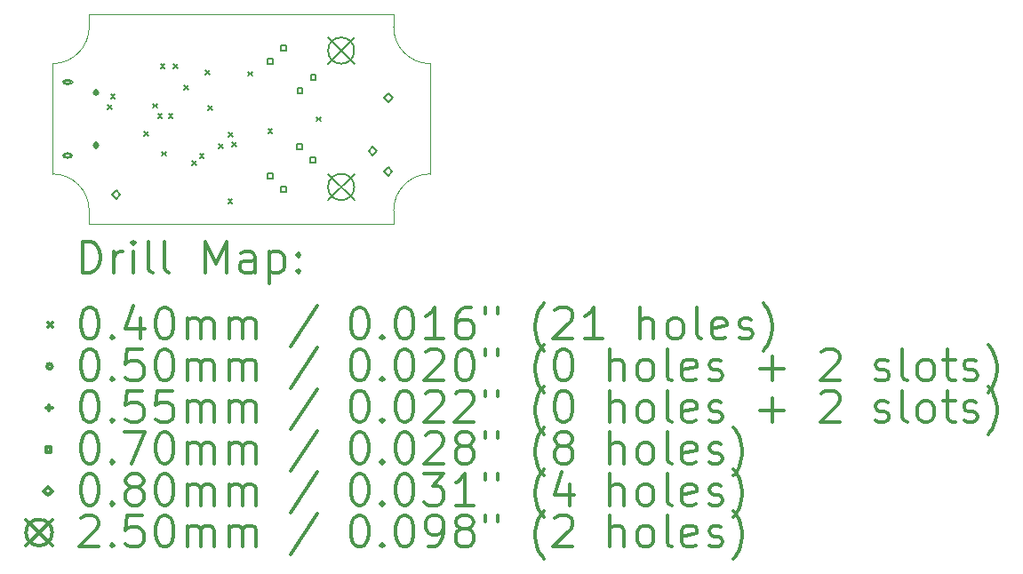
<source format=gbr>
%FSLAX45Y45*%
G04 Gerber Fmt 4.5, Leading zero omitted, Abs format (unit mm)*
G04 Created by KiCad (PCBNEW 5.1.5+dfsg1-2build2) date 2021-12-26 18:16:15*
%MOMM*%
%LPD*%
G04 APERTURE LIST*
%TA.AperFunction,Profile*%
%ADD10C,0.050000*%
%TD*%
%ADD11C,0.200000*%
%ADD12C,0.300000*%
G04 APERTURE END LIST*
D10*
X8100000Y-4375000D02*
X8100000Y-4250000D01*
X11000000Y-4375000D02*
X8100000Y-4375000D01*
X11000000Y-4250000D02*
X11000000Y-4375000D01*
X11000000Y-2375000D02*
X11000000Y-2495000D01*
X8100000Y-2375000D02*
X11000000Y-2375000D01*
X8099964Y-2495001D02*
X8100000Y-2375000D01*
X8099964Y-2495001D02*
G75*
G02X7750000Y-2850000I-349964J-5000D01*
G01*
X7750000Y-3900000D02*
G75*
G02X8100000Y-4250000I0J-350000D01*
G01*
X11000000Y-4250000D02*
G75*
G02X11350000Y-3900000I350000J0D01*
G01*
X11350000Y-2850036D02*
G75*
G02X11000000Y-2495000I0J350036D01*
G01*
X11350000Y-3900000D02*
X11350000Y-2850000D01*
X7750000Y-2850000D02*
X7750000Y-3900000D01*
D11*
X8278490Y-3244816D02*
X8318490Y-3284816D01*
X8318490Y-3244816D02*
X8278490Y-3284816D01*
X8306338Y-3140345D02*
X8346338Y-3180345D01*
X8346338Y-3140345D02*
X8306338Y-3180345D01*
X8621080Y-3500440D02*
X8661080Y-3540440D01*
X8661080Y-3500440D02*
X8621080Y-3540440D01*
X8705000Y-3230000D02*
X8745000Y-3270000D01*
X8745000Y-3230000D02*
X8705000Y-3270000D01*
X8755000Y-3330000D02*
X8795000Y-3370000D01*
X8795000Y-3330000D02*
X8755000Y-3370000D01*
X8780000Y-2855000D02*
X8820000Y-2895000D01*
X8820000Y-2855000D02*
X8780000Y-2895000D01*
X8793800Y-3688400D02*
X8833800Y-3728400D01*
X8833800Y-3688400D02*
X8793800Y-3728400D01*
X8855003Y-3330000D02*
X8895003Y-3370000D01*
X8895003Y-3330000D02*
X8855003Y-3370000D01*
X8905000Y-2855000D02*
X8945000Y-2895000D01*
X8945000Y-2855000D02*
X8905000Y-2895000D01*
X9005002Y-3055000D02*
X9045002Y-3095000D01*
X9045002Y-3055000D02*
X9005002Y-3095000D01*
X9080000Y-3780003D02*
X9120000Y-3820003D01*
X9120000Y-3780003D02*
X9080000Y-3820003D01*
X9152500Y-3707500D02*
X9192500Y-3747500D01*
X9192500Y-3707500D02*
X9152500Y-3747500D01*
X9205000Y-2912500D02*
X9245000Y-2952500D01*
X9245000Y-2912500D02*
X9205000Y-2952500D01*
X9230000Y-3255000D02*
X9270000Y-3295000D01*
X9270000Y-3255000D02*
X9230000Y-3295000D01*
X9331489Y-3617985D02*
X9371489Y-3657985D01*
X9371489Y-3617985D02*
X9331489Y-3657985D01*
X9423720Y-4138760D02*
X9463720Y-4178760D01*
X9463720Y-4138760D02*
X9423720Y-4178760D01*
X9429674Y-3503911D02*
X9469674Y-3543911D01*
X9469674Y-3503911D02*
X9429674Y-3543911D01*
X9458372Y-3599706D02*
X9498372Y-3639706D01*
X9498372Y-3599706D02*
X9458372Y-3639706D01*
X9611680Y-2926400D02*
X9651680Y-2966400D01*
X9651680Y-2926400D02*
X9611680Y-2966400D01*
X9804719Y-3475040D02*
X9844719Y-3515040D01*
X9844719Y-3475040D02*
X9804719Y-3515040D01*
X10267000Y-3358200D02*
X10307000Y-3398200D01*
X10307000Y-3358200D02*
X10267000Y-3398200D01*
X7920000Y-3025000D02*
G75*
G03X7920000Y-3025000I-25000J0D01*
G01*
X7927500Y-3010000D02*
X7862500Y-3010000D01*
X7927500Y-3040000D02*
X7862500Y-3040000D01*
X7862500Y-3010000D02*
G75*
G03X7862500Y-3040000I0J-15000D01*
G01*
X7927500Y-3040000D02*
G75*
G03X7927500Y-3010000I0J15000D01*
G01*
X7920000Y-3725000D02*
G75*
G03X7920000Y-3725000I-25000J0D01*
G01*
X7927500Y-3710000D02*
X7862500Y-3710000D01*
X7927500Y-3740000D02*
X7862500Y-3740000D01*
X7862500Y-3710000D02*
G75*
G03X7862500Y-3740000I0J-15000D01*
G01*
X7927500Y-3740000D02*
G75*
G03X7927500Y-3710000I0J15000D01*
G01*
X8165000Y-3097500D02*
X8165000Y-3152500D01*
X8137500Y-3125000D02*
X8192500Y-3125000D01*
X8147500Y-3110000D02*
X8147500Y-3140000D01*
X8182500Y-3110000D02*
X8182500Y-3140000D01*
X8147500Y-3140000D02*
G75*
G03X8182500Y-3140000I17500J0D01*
G01*
X8182500Y-3110000D02*
G75*
G03X8147500Y-3110000I-17500J0D01*
G01*
X8165000Y-3597500D02*
X8165000Y-3652500D01*
X8137500Y-3625000D02*
X8192500Y-3625000D01*
X8147500Y-3610000D02*
X8147500Y-3640000D01*
X8182500Y-3610000D02*
X8182500Y-3640000D01*
X8147500Y-3640000D02*
G75*
G03X8182500Y-3640000I17500J0D01*
G01*
X8182500Y-3610000D02*
G75*
G03X8147500Y-3610000I-17500J0D01*
G01*
X9849749Y-2849749D02*
X9849749Y-2800251D01*
X9800251Y-2800251D01*
X9800251Y-2849749D01*
X9849749Y-2849749D01*
X9977028Y-2722470D02*
X9977028Y-2672972D01*
X9927530Y-2672972D01*
X9927530Y-2722470D01*
X9977028Y-2722470D01*
X10132592Y-3132592D02*
X10132592Y-3083094D01*
X10083094Y-3083094D01*
X10083094Y-3132592D01*
X10132592Y-3132592D01*
X10259871Y-3005312D02*
X10259871Y-2955814D01*
X10210373Y-2955814D01*
X10210373Y-3005312D01*
X10259871Y-3005312D01*
X9847470Y-3947470D02*
X9847470Y-3897972D01*
X9797972Y-3897972D01*
X9797972Y-3947470D01*
X9847470Y-3947470D01*
X9974749Y-4074749D02*
X9974749Y-4025251D01*
X9925251Y-4025251D01*
X9925251Y-4074749D01*
X9974749Y-4074749D01*
X10130313Y-3664627D02*
X10130313Y-3615129D01*
X10080815Y-3615129D01*
X10080815Y-3664627D01*
X10130313Y-3664627D01*
X10257592Y-3791906D02*
X10257592Y-3742408D01*
X10208094Y-3742408D01*
X10208094Y-3791906D01*
X10257592Y-3791906D01*
X8355977Y-4136514D02*
X8395977Y-4096514D01*
X8355977Y-4056514D01*
X8315977Y-4096514D01*
X8355977Y-4136514D01*
X10800080Y-3723000D02*
X10840080Y-3683000D01*
X10800080Y-3643000D01*
X10760080Y-3683000D01*
X10800080Y-3723000D01*
X10947400Y-3916040D02*
X10987400Y-3876040D01*
X10947400Y-3836040D01*
X10907400Y-3876040D01*
X10947400Y-3916040D01*
X10950000Y-3215000D02*
X10990000Y-3175000D01*
X10950000Y-3135000D01*
X10910000Y-3175000D01*
X10950000Y-3215000D01*
X10375000Y-2600000D02*
X10625000Y-2850000D01*
X10625000Y-2600000D02*
X10375000Y-2850000D01*
X10625000Y-2725000D02*
G75*
G03X10625000Y-2725000I-125000J0D01*
G01*
X10375000Y-3900000D02*
X10625000Y-4150000D01*
X10625000Y-3900000D02*
X10375000Y-4150000D01*
X10625000Y-4025000D02*
G75*
G03X10625000Y-4025000I-125000J0D01*
G01*
D12*
X8033928Y-4843214D02*
X8033928Y-4543214D01*
X8105357Y-4543214D01*
X8148214Y-4557500D01*
X8176786Y-4586072D01*
X8191071Y-4614643D01*
X8205357Y-4671786D01*
X8205357Y-4714643D01*
X8191071Y-4771786D01*
X8176786Y-4800357D01*
X8148214Y-4828929D01*
X8105357Y-4843214D01*
X8033928Y-4843214D01*
X8333928Y-4843214D02*
X8333928Y-4643214D01*
X8333928Y-4700357D02*
X8348214Y-4671786D01*
X8362500Y-4657500D01*
X8391071Y-4643214D01*
X8419643Y-4643214D01*
X8519643Y-4843214D02*
X8519643Y-4643214D01*
X8519643Y-4543214D02*
X8505357Y-4557500D01*
X8519643Y-4571786D01*
X8533928Y-4557500D01*
X8519643Y-4543214D01*
X8519643Y-4571786D01*
X8705357Y-4843214D02*
X8676786Y-4828929D01*
X8662500Y-4800357D01*
X8662500Y-4543214D01*
X8862500Y-4843214D02*
X8833928Y-4828929D01*
X8819643Y-4800357D01*
X8819643Y-4543214D01*
X9205357Y-4843214D02*
X9205357Y-4543214D01*
X9305357Y-4757500D01*
X9405357Y-4543214D01*
X9405357Y-4843214D01*
X9676786Y-4843214D02*
X9676786Y-4686072D01*
X9662500Y-4657500D01*
X9633928Y-4643214D01*
X9576786Y-4643214D01*
X9548214Y-4657500D01*
X9676786Y-4828929D02*
X9648214Y-4843214D01*
X9576786Y-4843214D01*
X9548214Y-4828929D01*
X9533928Y-4800357D01*
X9533928Y-4771786D01*
X9548214Y-4743214D01*
X9576786Y-4728929D01*
X9648214Y-4728929D01*
X9676786Y-4714643D01*
X9819643Y-4643214D02*
X9819643Y-4943214D01*
X9819643Y-4657500D02*
X9848214Y-4643214D01*
X9905357Y-4643214D01*
X9933928Y-4657500D01*
X9948214Y-4671786D01*
X9962500Y-4700357D01*
X9962500Y-4786072D01*
X9948214Y-4814643D01*
X9933928Y-4828929D01*
X9905357Y-4843214D01*
X9848214Y-4843214D01*
X9819643Y-4828929D01*
X10091071Y-4814643D02*
X10105357Y-4828929D01*
X10091071Y-4843214D01*
X10076786Y-4828929D01*
X10091071Y-4814643D01*
X10091071Y-4843214D01*
X10091071Y-4657500D02*
X10105357Y-4671786D01*
X10091071Y-4686072D01*
X10076786Y-4671786D01*
X10091071Y-4657500D01*
X10091071Y-4686072D01*
X7707500Y-5317500D02*
X7747500Y-5357500D01*
X7747500Y-5317500D02*
X7707500Y-5357500D01*
X8091071Y-5173214D02*
X8119643Y-5173214D01*
X8148214Y-5187500D01*
X8162500Y-5201786D01*
X8176786Y-5230357D01*
X8191071Y-5287500D01*
X8191071Y-5358929D01*
X8176786Y-5416072D01*
X8162500Y-5444643D01*
X8148214Y-5458929D01*
X8119643Y-5473214D01*
X8091071Y-5473214D01*
X8062500Y-5458929D01*
X8048214Y-5444643D01*
X8033928Y-5416072D01*
X8019643Y-5358929D01*
X8019643Y-5287500D01*
X8033928Y-5230357D01*
X8048214Y-5201786D01*
X8062500Y-5187500D01*
X8091071Y-5173214D01*
X8319643Y-5444643D02*
X8333928Y-5458929D01*
X8319643Y-5473214D01*
X8305357Y-5458929D01*
X8319643Y-5444643D01*
X8319643Y-5473214D01*
X8591071Y-5273214D02*
X8591071Y-5473214D01*
X8519643Y-5158929D02*
X8448214Y-5373214D01*
X8633928Y-5373214D01*
X8805357Y-5173214D02*
X8833928Y-5173214D01*
X8862500Y-5187500D01*
X8876786Y-5201786D01*
X8891071Y-5230357D01*
X8905357Y-5287500D01*
X8905357Y-5358929D01*
X8891071Y-5416072D01*
X8876786Y-5444643D01*
X8862500Y-5458929D01*
X8833928Y-5473214D01*
X8805357Y-5473214D01*
X8776786Y-5458929D01*
X8762500Y-5444643D01*
X8748214Y-5416072D01*
X8733928Y-5358929D01*
X8733928Y-5287500D01*
X8748214Y-5230357D01*
X8762500Y-5201786D01*
X8776786Y-5187500D01*
X8805357Y-5173214D01*
X9033928Y-5473214D02*
X9033928Y-5273214D01*
X9033928Y-5301786D02*
X9048214Y-5287500D01*
X9076786Y-5273214D01*
X9119643Y-5273214D01*
X9148214Y-5287500D01*
X9162500Y-5316072D01*
X9162500Y-5473214D01*
X9162500Y-5316072D02*
X9176786Y-5287500D01*
X9205357Y-5273214D01*
X9248214Y-5273214D01*
X9276786Y-5287500D01*
X9291071Y-5316072D01*
X9291071Y-5473214D01*
X9433928Y-5473214D02*
X9433928Y-5273214D01*
X9433928Y-5301786D02*
X9448214Y-5287500D01*
X9476786Y-5273214D01*
X9519643Y-5273214D01*
X9548214Y-5287500D01*
X9562500Y-5316072D01*
X9562500Y-5473214D01*
X9562500Y-5316072D02*
X9576786Y-5287500D01*
X9605357Y-5273214D01*
X9648214Y-5273214D01*
X9676786Y-5287500D01*
X9691071Y-5316072D01*
X9691071Y-5473214D01*
X10276786Y-5158929D02*
X10019643Y-5544643D01*
X10662500Y-5173214D02*
X10691071Y-5173214D01*
X10719643Y-5187500D01*
X10733928Y-5201786D01*
X10748214Y-5230357D01*
X10762500Y-5287500D01*
X10762500Y-5358929D01*
X10748214Y-5416072D01*
X10733928Y-5444643D01*
X10719643Y-5458929D01*
X10691071Y-5473214D01*
X10662500Y-5473214D01*
X10633928Y-5458929D01*
X10619643Y-5444643D01*
X10605357Y-5416072D01*
X10591071Y-5358929D01*
X10591071Y-5287500D01*
X10605357Y-5230357D01*
X10619643Y-5201786D01*
X10633928Y-5187500D01*
X10662500Y-5173214D01*
X10891071Y-5444643D02*
X10905357Y-5458929D01*
X10891071Y-5473214D01*
X10876786Y-5458929D01*
X10891071Y-5444643D01*
X10891071Y-5473214D01*
X11091071Y-5173214D02*
X11119643Y-5173214D01*
X11148214Y-5187500D01*
X11162500Y-5201786D01*
X11176786Y-5230357D01*
X11191071Y-5287500D01*
X11191071Y-5358929D01*
X11176786Y-5416072D01*
X11162500Y-5444643D01*
X11148214Y-5458929D01*
X11119643Y-5473214D01*
X11091071Y-5473214D01*
X11062500Y-5458929D01*
X11048214Y-5444643D01*
X11033928Y-5416072D01*
X11019643Y-5358929D01*
X11019643Y-5287500D01*
X11033928Y-5230357D01*
X11048214Y-5201786D01*
X11062500Y-5187500D01*
X11091071Y-5173214D01*
X11476786Y-5473214D02*
X11305357Y-5473214D01*
X11391071Y-5473214D02*
X11391071Y-5173214D01*
X11362500Y-5216072D01*
X11333928Y-5244643D01*
X11305357Y-5258929D01*
X11733928Y-5173214D02*
X11676786Y-5173214D01*
X11648214Y-5187500D01*
X11633928Y-5201786D01*
X11605357Y-5244643D01*
X11591071Y-5301786D01*
X11591071Y-5416072D01*
X11605357Y-5444643D01*
X11619643Y-5458929D01*
X11648214Y-5473214D01*
X11705357Y-5473214D01*
X11733928Y-5458929D01*
X11748214Y-5444643D01*
X11762500Y-5416072D01*
X11762500Y-5344643D01*
X11748214Y-5316072D01*
X11733928Y-5301786D01*
X11705357Y-5287500D01*
X11648214Y-5287500D01*
X11619643Y-5301786D01*
X11605357Y-5316072D01*
X11591071Y-5344643D01*
X11876786Y-5173214D02*
X11876786Y-5230357D01*
X11991071Y-5173214D02*
X11991071Y-5230357D01*
X12433928Y-5587500D02*
X12419643Y-5573214D01*
X12391071Y-5530357D01*
X12376786Y-5501786D01*
X12362500Y-5458929D01*
X12348214Y-5387500D01*
X12348214Y-5330357D01*
X12362500Y-5258929D01*
X12376786Y-5216072D01*
X12391071Y-5187500D01*
X12419643Y-5144643D01*
X12433928Y-5130357D01*
X12533928Y-5201786D02*
X12548214Y-5187500D01*
X12576786Y-5173214D01*
X12648214Y-5173214D01*
X12676786Y-5187500D01*
X12691071Y-5201786D01*
X12705357Y-5230357D01*
X12705357Y-5258929D01*
X12691071Y-5301786D01*
X12519643Y-5473214D01*
X12705357Y-5473214D01*
X12991071Y-5473214D02*
X12819643Y-5473214D01*
X12905357Y-5473214D02*
X12905357Y-5173214D01*
X12876786Y-5216072D01*
X12848214Y-5244643D01*
X12819643Y-5258929D01*
X13348214Y-5473214D02*
X13348214Y-5173214D01*
X13476786Y-5473214D02*
X13476786Y-5316072D01*
X13462500Y-5287500D01*
X13433928Y-5273214D01*
X13391071Y-5273214D01*
X13362500Y-5287500D01*
X13348214Y-5301786D01*
X13662500Y-5473214D02*
X13633928Y-5458929D01*
X13619643Y-5444643D01*
X13605357Y-5416072D01*
X13605357Y-5330357D01*
X13619643Y-5301786D01*
X13633928Y-5287500D01*
X13662500Y-5273214D01*
X13705357Y-5273214D01*
X13733928Y-5287500D01*
X13748214Y-5301786D01*
X13762500Y-5330357D01*
X13762500Y-5416072D01*
X13748214Y-5444643D01*
X13733928Y-5458929D01*
X13705357Y-5473214D01*
X13662500Y-5473214D01*
X13933928Y-5473214D02*
X13905357Y-5458929D01*
X13891071Y-5430357D01*
X13891071Y-5173214D01*
X14162500Y-5458929D02*
X14133928Y-5473214D01*
X14076786Y-5473214D01*
X14048214Y-5458929D01*
X14033928Y-5430357D01*
X14033928Y-5316072D01*
X14048214Y-5287500D01*
X14076786Y-5273214D01*
X14133928Y-5273214D01*
X14162500Y-5287500D01*
X14176786Y-5316072D01*
X14176786Y-5344643D01*
X14033928Y-5373214D01*
X14291071Y-5458929D02*
X14319643Y-5473214D01*
X14376786Y-5473214D01*
X14405357Y-5458929D01*
X14419643Y-5430357D01*
X14419643Y-5416072D01*
X14405357Y-5387500D01*
X14376786Y-5373214D01*
X14333928Y-5373214D01*
X14305357Y-5358929D01*
X14291071Y-5330357D01*
X14291071Y-5316072D01*
X14305357Y-5287500D01*
X14333928Y-5273214D01*
X14376786Y-5273214D01*
X14405357Y-5287500D01*
X14519643Y-5587500D02*
X14533928Y-5573214D01*
X14562500Y-5530357D01*
X14576786Y-5501786D01*
X14591071Y-5458929D01*
X14605357Y-5387500D01*
X14605357Y-5330357D01*
X14591071Y-5258929D01*
X14576786Y-5216072D01*
X14562500Y-5187500D01*
X14533928Y-5144643D01*
X14519643Y-5130357D01*
X7747500Y-5733500D02*
G75*
G03X7747500Y-5733500I-25000J0D01*
G01*
X8091071Y-5569214D02*
X8119643Y-5569214D01*
X8148214Y-5583500D01*
X8162500Y-5597786D01*
X8176786Y-5626357D01*
X8191071Y-5683500D01*
X8191071Y-5754929D01*
X8176786Y-5812071D01*
X8162500Y-5840643D01*
X8148214Y-5854929D01*
X8119643Y-5869214D01*
X8091071Y-5869214D01*
X8062500Y-5854929D01*
X8048214Y-5840643D01*
X8033928Y-5812071D01*
X8019643Y-5754929D01*
X8019643Y-5683500D01*
X8033928Y-5626357D01*
X8048214Y-5597786D01*
X8062500Y-5583500D01*
X8091071Y-5569214D01*
X8319643Y-5840643D02*
X8333928Y-5854929D01*
X8319643Y-5869214D01*
X8305357Y-5854929D01*
X8319643Y-5840643D01*
X8319643Y-5869214D01*
X8605357Y-5569214D02*
X8462500Y-5569214D01*
X8448214Y-5712071D01*
X8462500Y-5697786D01*
X8491071Y-5683500D01*
X8562500Y-5683500D01*
X8591071Y-5697786D01*
X8605357Y-5712071D01*
X8619643Y-5740643D01*
X8619643Y-5812071D01*
X8605357Y-5840643D01*
X8591071Y-5854929D01*
X8562500Y-5869214D01*
X8491071Y-5869214D01*
X8462500Y-5854929D01*
X8448214Y-5840643D01*
X8805357Y-5569214D02*
X8833928Y-5569214D01*
X8862500Y-5583500D01*
X8876786Y-5597786D01*
X8891071Y-5626357D01*
X8905357Y-5683500D01*
X8905357Y-5754929D01*
X8891071Y-5812071D01*
X8876786Y-5840643D01*
X8862500Y-5854929D01*
X8833928Y-5869214D01*
X8805357Y-5869214D01*
X8776786Y-5854929D01*
X8762500Y-5840643D01*
X8748214Y-5812071D01*
X8733928Y-5754929D01*
X8733928Y-5683500D01*
X8748214Y-5626357D01*
X8762500Y-5597786D01*
X8776786Y-5583500D01*
X8805357Y-5569214D01*
X9033928Y-5869214D02*
X9033928Y-5669214D01*
X9033928Y-5697786D02*
X9048214Y-5683500D01*
X9076786Y-5669214D01*
X9119643Y-5669214D01*
X9148214Y-5683500D01*
X9162500Y-5712071D01*
X9162500Y-5869214D01*
X9162500Y-5712071D02*
X9176786Y-5683500D01*
X9205357Y-5669214D01*
X9248214Y-5669214D01*
X9276786Y-5683500D01*
X9291071Y-5712071D01*
X9291071Y-5869214D01*
X9433928Y-5869214D02*
X9433928Y-5669214D01*
X9433928Y-5697786D02*
X9448214Y-5683500D01*
X9476786Y-5669214D01*
X9519643Y-5669214D01*
X9548214Y-5683500D01*
X9562500Y-5712071D01*
X9562500Y-5869214D01*
X9562500Y-5712071D02*
X9576786Y-5683500D01*
X9605357Y-5669214D01*
X9648214Y-5669214D01*
X9676786Y-5683500D01*
X9691071Y-5712071D01*
X9691071Y-5869214D01*
X10276786Y-5554929D02*
X10019643Y-5940643D01*
X10662500Y-5569214D02*
X10691071Y-5569214D01*
X10719643Y-5583500D01*
X10733928Y-5597786D01*
X10748214Y-5626357D01*
X10762500Y-5683500D01*
X10762500Y-5754929D01*
X10748214Y-5812071D01*
X10733928Y-5840643D01*
X10719643Y-5854929D01*
X10691071Y-5869214D01*
X10662500Y-5869214D01*
X10633928Y-5854929D01*
X10619643Y-5840643D01*
X10605357Y-5812071D01*
X10591071Y-5754929D01*
X10591071Y-5683500D01*
X10605357Y-5626357D01*
X10619643Y-5597786D01*
X10633928Y-5583500D01*
X10662500Y-5569214D01*
X10891071Y-5840643D02*
X10905357Y-5854929D01*
X10891071Y-5869214D01*
X10876786Y-5854929D01*
X10891071Y-5840643D01*
X10891071Y-5869214D01*
X11091071Y-5569214D02*
X11119643Y-5569214D01*
X11148214Y-5583500D01*
X11162500Y-5597786D01*
X11176786Y-5626357D01*
X11191071Y-5683500D01*
X11191071Y-5754929D01*
X11176786Y-5812071D01*
X11162500Y-5840643D01*
X11148214Y-5854929D01*
X11119643Y-5869214D01*
X11091071Y-5869214D01*
X11062500Y-5854929D01*
X11048214Y-5840643D01*
X11033928Y-5812071D01*
X11019643Y-5754929D01*
X11019643Y-5683500D01*
X11033928Y-5626357D01*
X11048214Y-5597786D01*
X11062500Y-5583500D01*
X11091071Y-5569214D01*
X11305357Y-5597786D02*
X11319643Y-5583500D01*
X11348214Y-5569214D01*
X11419643Y-5569214D01*
X11448214Y-5583500D01*
X11462500Y-5597786D01*
X11476786Y-5626357D01*
X11476786Y-5654929D01*
X11462500Y-5697786D01*
X11291071Y-5869214D01*
X11476786Y-5869214D01*
X11662500Y-5569214D02*
X11691071Y-5569214D01*
X11719643Y-5583500D01*
X11733928Y-5597786D01*
X11748214Y-5626357D01*
X11762500Y-5683500D01*
X11762500Y-5754929D01*
X11748214Y-5812071D01*
X11733928Y-5840643D01*
X11719643Y-5854929D01*
X11691071Y-5869214D01*
X11662500Y-5869214D01*
X11633928Y-5854929D01*
X11619643Y-5840643D01*
X11605357Y-5812071D01*
X11591071Y-5754929D01*
X11591071Y-5683500D01*
X11605357Y-5626357D01*
X11619643Y-5597786D01*
X11633928Y-5583500D01*
X11662500Y-5569214D01*
X11876786Y-5569214D02*
X11876786Y-5626357D01*
X11991071Y-5569214D02*
X11991071Y-5626357D01*
X12433928Y-5983500D02*
X12419643Y-5969214D01*
X12391071Y-5926357D01*
X12376786Y-5897786D01*
X12362500Y-5854929D01*
X12348214Y-5783500D01*
X12348214Y-5726357D01*
X12362500Y-5654929D01*
X12376786Y-5612071D01*
X12391071Y-5583500D01*
X12419643Y-5540643D01*
X12433928Y-5526357D01*
X12605357Y-5569214D02*
X12633928Y-5569214D01*
X12662500Y-5583500D01*
X12676786Y-5597786D01*
X12691071Y-5626357D01*
X12705357Y-5683500D01*
X12705357Y-5754929D01*
X12691071Y-5812071D01*
X12676786Y-5840643D01*
X12662500Y-5854929D01*
X12633928Y-5869214D01*
X12605357Y-5869214D01*
X12576786Y-5854929D01*
X12562500Y-5840643D01*
X12548214Y-5812071D01*
X12533928Y-5754929D01*
X12533928Y-5683500D01*
X12548214Y-5626357D01*
X12562500Y-5597786D01*
X12576786Y-5583500D01*
X12605357Y-5569214D01*
X13062500Y-5869214D02*
X13062500Y-5569214D01*
X13191071Y-5869214D02*
X13191071Y-5712071D01*
X13176786Y-5683500D01*
X13148214Y-5669214D01*
X13105357Y-5669214D01*
X13076786Y-5683500D01*
X13062500Y-5697786D01*
X13376786Y-5869214D02*
X13348214Y-5854929D01*
X13333928Y-5840643D01*
X13319643Y-5812071D01*
X13319643Y-5726357D01*
X13333928Y-5697786D01*
X13348214Y-5683500D01*
X13376786Y-5669214D01*
X13419643Y-5669214D01*
X13448214Y-5683500D01*
X13462500Y-5697786D01*
X13476786Y-5726357D01*
X13476786Y-5812071D01*
X13462500Y-5840643D01*
X13448214Y-5854929D01*
X13419643Y-5869214D01*
X13376786Y-5869214D01*
X13648214Y-5869214D02*
X13619643Y-5854929D01*
X13605357Y-5826357D01*
X13605357Y-5569214D01*
X13876786Y-5854929D02*
X13848214Y-5869214D01*
X13791071Y-5869214D01*
X13762500Y-5854929D01*
X13748214Y-5826357D01*
X13748214Y-5712071D01*
X13762500Y-5683500D01*
X13791071Y-5669214D01*
X13848214Y-5669214D01*
X13876786Y-5683500D01*
X13891071Y-5712071D01*
X13891071Y-5740643D01*
X13748214Y-5769214D01*
X14005357Y-5854929D02*
X14033928Y-5869214D01*
X14091071Y-5869214D01*
X14119643Y-5854929D01*
X14133928Y-5826357D01*
X14133928Y-5812071D01*
X14119643Y-5783500D01*
X14091071Y-5769214D01*
X14048214Y-5769214D01*
X14019643Y-5754929D01*
X14005357Y-5726357D01*
X14005357Y-5712071D01*
X14019643Y-5683500D01*
X14048214Y-5669214D01*
X14091071Y-5669214D01*
X14119643Y-5683500D01*
X14491071Y-5754929D02*
X14719643Y-5754929D01*
X14605357Y-5869214D02*
X14605357Y-5640643D01*
X15076786Y-5597786D02*
X15091071Y-5583500D01*
X15119643Y-5569214D01*
X15191071Y-5569214D01*
X15219643Y-5583500D01*
X15233928Y-5597786D01*
X15248214Y-5626357D01*
X15248214Y-5654929D01*
X15233928Y-5697786D01*
X15062500Y-5869214D01*
X15248214Y-5869214D01*
X15591071Y-5854929D02*
X15619643Y-5869214D01*
X15676786Y-5869214D01*
X15705357Y-5854929D01*
X15719643Y-5826357D01*
X15719643Y-5812071D01*
X15705357Y-5783500D01*
X15676786Y-5769214D01*
X15633928Y-5769214D01*
X15605357Y-5754929D01*
X15591071Y-5726357D01*
X15591071Y-5712071D01*
X15605357Y-5683500D01*
X15633928Y-5669214D01*
X15676786Y-5669214D01*
X15705357Y-5683500D01*
X15891071Y-5869214D02*
X15862500Y-5854929D01*
X15848214Y-5826357D01*
X15848214Y-5569214D01*
X16048214Y-5869214D02*
X16019643Y-5854929D01*
X16005357Y-5840643D01*
X15991071Y-5812071D01*
X15991071Y-5726357D01*
X16005357Y-5697786D01*
X16019643Y-5683500D01*
X16048214Y-5669214D01*
X16091071Y-5669214D01*
X16119643Y-5683500D01*
X16133928Y-5697786D01*
X16148214Y-5726357D01*
X16148214Y-5812071D01*
X16133928Y-5840643D01*
X16119643Y-5854929D01*
X16091071Y-5869214D01*
X16048214Y-5869214D01*
X16233928Y-5669214D02*
X16348214Y-5669214D01*
X16276786Y-5569214D02*
X16276786Y-5826357D01*
X16291071Y-5854929D01*
X16319643Y-5869214D01*
X16348214Y-5869214D01*
X16433928Y-5854929D02*
X16462500Y-5869214D01*
X16519643Y-5869214D01*
X16548214Y-5854929D01*
X16562500Y-5826357D01*
X16562500Y-5812071D01*
X16548214Y-5783500D01*
X16519643Y-5769214D01*
X16476786Y-5769214D01*
X16448214Y-5754929D01*
X16433928Y-5726357D01*
X16433928Y-5712071D01*
X16448214Y-5683500D01*
X16476786Y-5669214D01*
X16519643Y-5669214D01*
X16548214Y-5683500D01*
X16662500Y-5983500D02*
X16676786Y-5969214D01*
X16705357Y-5926357D01*
X16719643Y-5897786D01*
X16733928Y-5854929D01*
X16748214Y-5783500D01*
X16748214Y-5726357D01*
X16733928Y-5654929D01*
X16719643Y-5612071D01*
X16705357Y-5583500D01*
X16676786Y-5540643D01*
X16662500Y-5526357D01*
X7720000Y-6102000D02*
X7720000Y-6157000D01*
X7692500Y-6129500D02*
X7747500Y-6129500D01*
X8091071Y-5965214D02*
X8119643Y-5965214D01*
X8148214Y-5979500D01*
X8162500Y-5993786D01*
X8176786Y-6022357D01*
X8191071Y-6079500D01*
X8191071Y-6150929D01*
X8176786Y-6208071D01*
X8162500Y-6236643D01*
X8148214Y-6250929D01*
X8119643Y-6265214D01*
X8091071Y-6265214D01*
X8062500Y-6250929D01*
X8048214Y-6236643D01*
X8033928Y-6208071D01*
X8019643Y-6150929D01*
X8019643Y-6079500D01*
X8033928Y-6022357D01*
X8048214Y-5993786D01*
X8062500Y-5979500D01*
X8091071Y-5965214D01*
X8319643Y-6236643D02*
X8333928Y-6250929D01*
X8319643Y-6265214D01*
X8305357Y-6250929D01*
X8319643Y-6236643D01*
X8319643Y-6265214D01*
X8605357Y-5965214D02*
X8462500Y-5965214D01*
X8448214Y-6108071D01*
X8462500Y-6093786D01*
X8491071Y-6079500D01*
X8562500Y-6079500D01*
X8591071Y-6093786D01*
X8605357Y-6108071D01*
X8619643Y-6136643D01*
X8619643Y-6208071D01*
X8605357Y-6236643D01*
X8591071Y-6250929D01*
X8562500Y-6265214D01*
X8491071Y-6265214D01*
X8462500Y-6250929D01*
X8448214Y-6236643D01*
X8891071Y-5965214D02*
X8748214Y-5965214D01*
X8733928Y-6108071D01*
X8748214Y-6093786D01*
X8776786Y-6079500D01*
X8848214Y-6079500D01*
X8876786Y-6093786D01*
X8891071Y-6108071D01*
X8905357Y-6136643D01*
X8905357Y-6208071D01*
X8891071Y-6236643D01*
X8876786Y-6250929D01*
X8848214Y-6265214D01*
X8776786Y-6265214D01*
X8748214Y-6250929D01*
X8733928Y-6236643D01*
X9033928Y-6265214D02*
X9033928Y-6065214D01*
X9033928Y-6093786D02*
X9048214Y-6079500D01*
X9076786Y-6065214D01*
X9119643Y-6065214D01*
X9148214Y-6079500D01*
X9162500Y-6108071D01*
X9162500Y-6265214D01*
X9162500Y-6108071D02*
X9176786Y-6079500D01*
X9205357Y-6065214D01*
X9248214Y-6065214D01*
X9276786Y-6079500D01*
X9291071Y-6108071D01*
X9291071Y-6265214D01*
X9433928Y-6265214D02*
X9433928Y-6065214D01*
X9433928Y-6093786D02*
X9448214Y-6079500D01*
X9476786Y-6065214D01*
X9519643Y-6065214D01*
X9548214Y-6079500D01*
X9562500Y-6108071D01*
X9562500Y-6265214D01*
X9562500Y-6108071D02*
X9576786Y-6079500D01*
X9605357Y-6065214D01*
X9648214Y-6065214D01*
X9676786Y-6079500D01*
X9691071Y-6108071D01*
X9691071Y-6265214D01*
X10276786Y-5950929D02*
X10019643Y-6336643D01*
X10662500Y-5965214D02*
X10691071Y-5965214D01*
X10719643Y-5979500D01*
X10733928Y-5993786D01*
X10748214Y-6022357D01*
X10762500Y-6079500D01*
X10762500Y-6150929D01*
X10748214Y-6208071D01*
X10733928Y-6236643D01*
X10719643Y-6250929D01*
X10691071Y-6265214D01*
X10662500Y-6265214D01*
X10633928Y-6250929D01*
X10619643Y-6236643D01*
X10605357Y-6208071D01*
X10591071Y-6150929D01*
X10591071Y-6079500D01*
X10605357Y-6022357D01*
X10619643Y-5993786D01*
X10633928Y-5979500D01*
X10662500Y-5965214D01*
X10891071Y-6236643D02*
X10905357Y-6250929D01*
X10891071Y-6265214D01*
X10876786Y-6250929D01*
X10891071Y-6236643D01*
X10891071Y-6265214D01*
X11091071Y-5965214D02*
X11119643Y-5965214D01*
X11148214Y-5979500D01*
X11162500Y-5993786D01*
X11176786Y-6022357D01*
X11191071Y-6079500D01*
X11191071Y-6150929D01*
X11176786Y-6208071D01*
X11162500Y-6236643D01*
X11148214Y-6250929D01*
X11119643Y-6265214D01*
X11091071Y-6265214D01*
X11062500Y-6250929D01*
X11048214Y-6236643D01*
X11033928Y-6208071D01*
X11019643Y-6150929D01*
X11019643Y-6079500D01*
X11033928Y-6022357D01*
X11048214Y-5993786D01*
X11062500Y-5979500D01*
X11091071Y-5965214D01*
X11305357Y-5993786D02*
X11319643Y-5979500D01*
X11348214Y-5965214D01*
X11419643Y-5965214D01*
X11448214Y-5979500D01*
X11462500Y-5993786D01*
X11476786Y-6022357D01*
X11476786Y-6050929D01*
X11462500Y-6093786D01*
X11291071Y-6265214D01*
X11476786Y-6265214D01*
X11591071Y-5993786D02*
X11605357Y-5979500D01*
X11633928Y-5965214D01*
X11705357Y-5965214D01*
X11733928Y-5979500D01*
X11748214Y-5993786D01*
X11762500Y-6022357D01*
X11762500Y-6050929D01*
X11748214Y-6093786D01*
X11576786Y-6265214D01*
X11762500Y-6265214D01*
X11876786Y-5965214D02*
X11876786Y-6022357D01*
X11991071Y-5965214D02*
X11991071Y-6022357D01*
X12433928Y-6379500D02*
X12419643Y-6365214D01*
X12391071Y-6322357D01*
X12376786Y-6293786D01*
X12362500Y-6250929D01*
X12348214Y-6179500D01*
X12348214Y-6122357D01*
X12362500Y-6050929D01*
X12376786Y-6008071D01*
X12391071Y-5979500D01*
X12419643Y-5936643D01*
X12433928Y-5922357D01*
X12605357Y-5965214D02*
X12633928Y-5965214D01*
X12662500Y-5979500D01*
X12676786Y-5993786D01*
X12691071Y-6022357D01*
X12705357Y-6079500D01*
X12705357Y-6150929D01*
X12691071Y-6208071D01*
X12676786Y-6236643D01*
X12662500Y-6250929D01*
X12633928Y-6265214D01*
X12605357Y-6265214D01*
X12576786Y-6250929D01*
X12562500Y-6236643D01*
X12548214Y-6208071D01*
X12533928Y-6150929D01*
X12533928Y-6079500D01*
X12548214Y-6022357D01*
X12562500Y-5993786D01*
X12576786Y-5979500D01*
X12605357Y-5965214D01*
X13062500Y-6265214D02*
X13062500Y-5965214D01*
X13191071Y-6265214D02*
X13191071Y-6108071D01*
X13176786Y-6079500D01*
X13148214Y-6065214D01*
X13105357Y-6065214D01*
X13076786Y-6079500D01*
X13062500Y-6093786D01*
X13376786Y-6265214D02*
X13348214Y-6250929D01*
X13333928Y-6236643D01*
X13319643Y-6208071D01*
X13319643Y-6122357D01*
X13333928Y-6093786D01*
X13348214Y-6079500D01*
X13376786Y-6065214D01*
X13419643Y-6065214D01*
X13448214Y-6079500D01*
X13462500Y-6093786D01*
X13476786Y-6122357D01*
X13476786Y-6208071D01*
X13462500Y-6236643D01*
X13448214Y-6250929D01*
X13419643Y-6265214D01*
X13376786Y-6265214D01*
X13648214Y-6265214D02*
X13619643Y-6250929D01*
X13605357Y-6222357D01*
X13605357Y-5965214D01*
X13876786Y-6250929D02*
X13848214Y-6265214D01*
X13791071Y-6265214D01*
X13762500Y-6250929D01*
X13748214Y-6222357D01*
X13748214Y-6108071D01*
X13762500Y-6079500D01*
X13791071Y-6065214D01*
X13848214Y-6065214D01*
X13876786Y-6079500D01*
X13891071Y-6108071D01*
X13891071Y-6136643D01*
X13748214Y-6165214D01*
X14005357Y-6250929D02*
X14033928Y-6265214D01*
X14091071Y-6265214D01*
X14119643Y-6250929D01*
X14133928Y-6222357D01*
X14133928Y-6208071D01*
X14119643Y-6179500D01*
X14091071Y-6165214D01*
X14048214Y-6165214D01*
X14019643Y-6150929D01*
X14005357Y-6122357D01*
X14005357Y-6108071D01*
X14019643Y-6079500D01*
X14048214Y-6065214D01*
X14091071Y-6065214D01*
X14119643Y-6079500D01*
X14491071Y-6150929D02*
X14719643Y-6150929D01*
X14605357Y-6265214D02*
X14605357Y-6036643D01*
X15076786Y-5993786D02*
X15091071Y-5979500D01*
X15119643Y-5965214D01*
X15191071Y-5965214D01*
X15219643Y-5979500D01*
X15233928Y-5993786D01*
X15248214Y-6022357D01*
X15248214Y-6050929D01*
X15233928Y-6093786D01*
X15062500Y-6265214D01*
X15248214Y-6265214D01*
X15591071Y-6250929D02*
X15619643Y-6265214D01*
X15676786Y-6265214D01*
X15705357Y-6250929D01*
X15719643Y-6222357D01*
X15719643Y-6208071D01*
X15705357Y-6179500D01*
X15676786Y-6165214D01*
X15633928Y-6165214D01*
X15605357Y-6150929D01*
X15591071Y-6122357D01*
X15591071Y-6108071D01*
X15605357Y-6079500D01*
X15633928Y-6065214D01*
X15676786Y-6065214D01*
X15705357Y-6079500D01*
X15891071Y-6265214D02*
X15862500Y-6250929D01*
X15848214Y-6222357D01*
X15848214Y-5965214D01*
X16048214Y-6265214D02*
X16019643Y-6250929D01*
X16005357Y-6236643D01*
X15991071Y-6208071D01*
X15991071Y-6122357D01*
X16005357Y-6093786D01*
X16019643Y-6079500D01*
X16048214Y-6065214D01*
X16091071Y-6065214D01*
X16119643Y-6079500D01*
X16133928Y-6093786D01*
X16148214Y-6122357D01*
X16148214Y-6208071D01*
X16133928Y-6236643D01*
X16119643Y-6250929D01*
X16091071Y-6265214D01*
X16048214Y-6265214D01*
X16233928Y-6065214D02*
X16348214Y-6065214D01*
X16276786Y-5965214D02*
X16276786Y-6222357D01*
X16291071Y-6250929D01*
X16319643Y-6265214D01*
X16348214Y-6265214D01*
X16433928Y-6250929D02*
X16462500Y-6265214D01*
X16519643Y-6265214D01*
X16548214Y-6250929D01*
X16562500Y-6222357D01*
X16562500Y-6208071D01*
X16548214Y-6179500D01*
X16519643Y-6165214D01*
X16476786Y-6165214D01*
X16448214Y-6150929D01*
X16433928Y-6122357D01*
X16433928Y-6108071D01*
X16448214Y-6079500D01*
X16476786Y-6065214D01*
X16519643Y-6065214D01*
X16548214Y-6079500D01*
X16662500Y-6379500D02*
X16676786Y-6365214D01*
X16705357Y-6322357D01*
X16719643Y-6293786D01*
X16733928Y-6250929D01*
X16748214Y-6179500D01*
X16748214Y-6122357D01*
X16733928Y-6050929D01*
X16719643Y-6008071D01*
X16705357Y-5979500D01*
X16676786Y-5936643D01*
X16662500Y-5922357D01*
X7737249Y-6550249D02*
X7737249Y-6500751D01*
X7687751Y-6500751D01*
X7687751Y-6550249D01*
X7737249Y-6550249D01*
X8091071Y-6361214D02*
X8119643Y-6361214D01*
X8148214Y-6375500D01*
X8162500Y-6389786D01*
X8176786Y-6418357D01*
X8191071Y-6475500D01*
X8191071Y-6546929D01*
X8176786Y-6604071D01*
X8162500Y-6632643D01*
X8148214Y-6646929D01*
X8119643Y-6661214D01*
X8091071Y-6661214D01*
X8062500Y-6646929D01*
X8048214Y-6632643D01*
X8033928Y-6604071D01*
X8019643Y-6546929D01*
X8019643Y-6475500D01*
X8033928Y-6418357D01*
X8048214Y-6389786D01*
X8062500Y-6375500D01*
X8091071Y-6361214D01*
X8319643Y-6632643D02*
X8333928Y-6646929D01*
X8319643Y-6661214D01*
X8305357Y-6646929D01*
X8319643Y-6632643D01*
X8319643Y-6661214D01*
X8433928Y-6361214D02*
X8633928Y-6361214D01*
X8505357Y-6661214D01*
X8805357Y-6361214D02*
X8833928Y-6361214D01*
X8862500Y-6375500D01*
X8876786Y-6389786D01*
X8891071Y-6418357D01*
X8905357Y-6475500D01*
X8905357Y-6546929D01*
X8891071Y-6604071D01*
X8876786Y-6632643D01*
X8862500Y-6646929D01*
X8833928Y-6661214D01*
X8805357Y-6661214D01*
X8776786Y-6646929D01*
X8762500Y-6632643D01*
X8748214Y-6604071D01*
X8733928Y-6546929D01*
X8733928Y-6475500D01*
X8748214Y-6418357D01*
X8762500Y-6389786D01*
X8776786Y-6375500D01*
X8805357Y-6361214D01*
X9033928Y-6661214D02*
X9033928Y-6461214D01*
X9033928Y-6489786D02*
X9048214Y-6475500D01*
X9076786Y-6461214D01*
X9119643Y-6461214D01*
X9148214Y-6475500D01*
X9162500Y-6504071D01*
X9162500Y-6661214D01*
X9162500Y-6504071D02*
X9176786Y-6475500D01*
X9205357Y-6461214D01*
X9248214Y-6461214D01*
X9276786Y-6475500D01*
X9291071Y-6504071D01*
X9291071Y-6661214D01*
X9433928Y-6661214D02*
X9433928Y-6461214D01*
X9433928Y-6489786D02*
X9448214Y-6475500D01*
X9476786Y-6461214D01*
X9519643Y-6461214D01*
X9548214Y-6475500D01*
X9562500Y-6504071D01*
X9562500Y-6661214D01*
X9562500Y-6504071D02*
X9576786Y-6475500D01*
X9605357Y-6461214D01*
X9648214Y-6461214D01*
X9676786Y-6475500D01*
X9691071Y-6504071D01*
X9691071Y-6661214D01*
X10276786Y-6346929D02*
X10019643Y-6732643D01*
X10662500Y-6361214D02*
X10691071Y-6361214D01*
X10719643Y-6375500D01*
X10733928Y-6389786D01*
X10748214Y-6418357D01*
X10762500Y-6475500D01*
X10762500Y-6546929D01*
X10748214Y-6604071D01*
X10733928Y-6632643D01*
X10719643Y-6646929D01*
X10691071Y-6661214D01*
X10662500Y-6661214D01*
X10633928Y-6646929D01*
X10619643Y-6632643D01*
X10605357Y-6604071D01*
X10591071Y-6546929D01*
X10591071Y-6475500D01*
X10605357Y-6418357D01*
X10619643Y-6389786D01*
X10633928Y-6375500D01*
X10662500Y-6361214D01*
X10891071Y-6632643D02*
X10905357Y-6646929D01*
X10891071Y-6661214D01*
X10876786Y-6646929D01*
X10891071Y-6632643D01*
X10891071Y-6661214D01*
X11091071Y-6361214D02*
X11119643Y-6361214D01*
X11148214Y-6375500D01*
X11162500Y-6389786D01*
X11176786Y-6418357D01*
X11191071Y-6475500D01*
X11191071Y-6546929D01*
X11176786Y-6604071D01*
X11162500Y-6632643D01*
X11148214Y-6646929D01*
X11119643Y-6661214D01*
X11091071Y-6661214D01*
X11062500Y-6646929D01*
X11048214Y-6632643D01*
X11033928Y-6604071D01*
X11019643Y-6546929D01*
X11019643Y-6475500D01*
X11033928Y-6418357D01*
X11048214Y-6389786D01*
X11062500Y-6375500D01*
X11091071Y-6361214D01*
X11305357Y-6389786D02*
X11319643Y-6375500D01*
X11348214Y-6361214D01*
X11419643Y-6361214D01*
X11448214Y-6375500D01*
X11462500Y-6389786D01*
X11476786Y-6418357D01*
X11476786Y-6446929D01*
X11462500Y-6489786D01*
X11291071Y-6661214D01*
X11476786Y-6661214D01*
X11648214Y-6489786D02*
X11619643Y-6475500D01*
X11605357Y-6461214D01*
X11591071Y-6432643D01*
X11591071Y-6418357D01*
X11605357Y-6389786D01*
X11619643Y-6375500D01*
X11648214Y-6361214D01*
X11705357Y-6361214D01*
X11733928Y-6375500D01*
X11748214Y-6389786D01*
X11762500Y-6418357D01*
X11762500Y-6432643D01*
X11748214Y-6461214D01*
X11733928Y-6475500D01*
X11705357Y-6489786D01*
X11648214Y-6489786D01*
X11619643Y-6504071D01*
X11605357Y-6518357D01*
X11591071Y-6546929D01*
X11591071Y-6604071D01*
X11605357Y-6632643D01*
X11619643Y-6646929D01*
X11648214Y-6661214D01*
X11705357Y-6661214D01*
X11733928Y-6646929D01*
X11748214Y-6632643D01*
X11762500Y-6604071D01*
X11762500Y-6546929D01*
X11748214Y-6518357D01*
X11733928Y-6504071D01*
X11705357Y-6489786D01*
X11876786Y-6361214D02*
X11876786Y-6418357D01*
X11991071Y-6361214D02*
X11991071Y-6418357D01*
X12433928Y-6775500D02*
X12419643Y-6761214D01*
X12391071Y-6718357D01*
X12376786Y-6689786D01*
X12362500Y-6646929D01*
X12348214Y-6575500D01*
X12348214Y-6518357D01*
X12362500Y-6446929D01*
X12376786Y-6404071D01*
X12391071Y-6375500D01*
X12419643Y-6332643D01*
X12433928Y-6318357D01*
X12591071Y-6489786D02*
X12562500Y-6475500D01*
X12548214Y-6461214D01*
X12533928Y-6432643D01*
X12533928Y-6418357D01*
X12548214Y-6389786D01*
X12562500Y-6375500D01*
X12591071Y-6361214D01*
X12648214Y-6361214D01*
X12676786Y-6375500D01*
X12691071Y-6389786D01*
X12705357Y-6418357D01*
X12705357Y-6432643D01*
X12691071Y-6461214D01*
X12676786Y-6475500D01*
X12648214Y-6489786D01*
X12591071Y-6489786D01*
X12562500Y-6504071D01*
X12548214Y-6518357D01*
X12533928Y-6546929D01*
X12533928Y-6604071D01*
X12548214Y-6632643D01*
X12562500Y-6646929D01*
X12591071Y-6661214D01*
X12648214Y-6661214D01*
X12676786Y-6646929D01*
X12691071Y-6632643D01*
X12705357Y-6604071D01*
X12705357Y-6546929D01*
X12691071Y-6518357D01*
X12676786Y-6504071D01*
X12648214Y-6489786D01*
X13062500Y-6661214D02*
X13062500Y-6361214D01*
X13191071Y-6661214D02*
X13191071Y-6504071D01*
X13176786Y-6475500D01*
X13148214Y-6461214D01*
X13105357Y-6461214D01*
X13076786Y-6475500D01*
X13062500Y-6489786D01*
X13376786Y-6661214D02*
X13348214Y-6646929D01*
X13333928Y-6632643D01*
X13319643Y-6604071D01*
X13319643Y-6518357D01*
X13333928Y-6489786D01*
X13348214Y-6475500D01*
X13376786Y-6461214D01*
X13419643Y-6461214D01*
X13448214Y-6475500D01*
X13462500Y-6489786D01*
X13476786Y-6518357D01*
X13476786Y-6604071D01*
X13462500Y-6632643D01*
X13448214Y-6646929D01*
X13419643Y-6661214D01*
X13376786Y-6661214D01*
X13648214Y-6661214D02*
X13619643Y-6646929D01*
X13605357Y-6618357D01*
X13605357Y-6361214D01*
X13876786Y-6646929D02*
X13848214Y-6661214D01*
X13791071Y-6661214D01*
X13762500Y-6646929D01*
X13748214Y-6618357D01*
X13748214Y-6504071D01*
X13762500Y-6475500D01*
X13791071Y-6461214D01*
X13848214Y-6461214D01*
X13876786Y-6475500D01*
X13891071Y-6504071D01*
X13891071Y-6532643D01*
X13748214Y-6561214D01*
X14005357Y-6646929D02*
X14033928Y-6661214D01*
X14091071Y-6661214D01*
X14119643Y-6646929D01*
X14133928Y-6618357D01*
X14133928Y-6604071D01*
X14119643Y-6575500D01*
X14091071Y-6561214D01*
X14048214Y-6561214D01*
X14019643Y-6546929D01*
X14005357Y-6518357D01*
X14005357Y-6504071D01*
X14019643Y-6475500D01*
X14048214Y-6461214D01*
X14091071Y-6461214D01*
X14119643Y-6475500D01*
X14233928Y-6775500D02*
X14248214Y-6761214D01*
X14276786Y-6718357D01*
X14291071Y-6689786D01*
X14305357Y-6646929D01*
X14319643Y-6575500D01*
X14319643Y-6518357D01*
X14305357Y-6446929D01*
X14291071Y-6404071D01*
X14276786Y-6375500D01*
X14248214Y-6332643D01*
X14233928Y-6318357D01*
X7707500Y-6961500D02*
X7747500Y-6921500D01*
X7707500Y-6881500D01*
X7667500Y-6921500D01*
X7707500Y-6961500D01*
X8091071Y-6757214D02*
X8119643Y-6757214D01*
X8148214Y-6771500D01*
X8162500Y-6785786D01*
X8176786Y-6814357D01*
X8191071Y-6871500D01*
X8191071Y-6942929D01*
X8176786Y-7000071D01*
X8162500Y-7028643D01*
X8148214Y-7042929D01*
X8119643Y-7057214D01*
X8091071Y-7057214D01*
X8062500Y-7042929D01*
X8048214Y-7028643D01*
X8033928Y-7000071D01*
X8019643Y-6942929D01*
X8019643Y-6871500D01*
X8033928Y-6814357D01*
X8048214Y-6785786D01*
X8062500Y-6771500D01*
X8091071Y-6757214D01*
X8319643Y-7028643D02*
X8333928Y-7042929D01*
X8319643Y-7057214D01*
X8305357Y-7042929D01*
X8319643Y-7028643D01*
X8319643Y-7057214D01*
X8505357Y-6885786D02*
X8476786Y-6871500D01*
X8462500Y-6857214D01*
X8448214Y-6828643D01*
X8448214Y-6814357D01*
X8462500Y-6785786D01*
X8476786Y-6771500D01*
X8505357Y-6757214D01*
X8562500Y-6757214D01*
X8591071Y-6771500D01*
X8605357Y-6785786D01*
X8619643Y-6814357D01*
X8619643Y-6828643D01*
X8605357Y-6857214D01*
X8591071Y-6871500D01*
X8562500Y-6885786D01*
X8505357Y-6885786D01*
X8476786Y-6900071D01*
X8462500Y-6914357D01*
X8448214Y-6942929D01*
X8448214Y-7000071D01*
X8462500Y-7028643D01*
X8476786Y-7042929D01*
X8505357Y-7057214D01*
X8562500Y-7057214D01*
X8591071Y-7042929D01*
X8605357Y-7028643D01*
X8619643Y-7000071D01*
X8619643Y-6942929D01*
X8605357Y-6914357D01*
X8591071Y-6900071D01*
X8562500Y-6885786D01*
X8805357Y-6757214D02*
X8833928Y-6757214D01*
X8862500Y-6771500D01*
X8876786Y-6785786D01*
X8891071Y-6814357D01*
X8905357Y-6871500D01*
X8905357Y-6942929D01*
X8891071Y-7000071D01*
X8876786Y-7028643D01*
X8862500Y-7042929D01*
X8833928Y-7057214D01*
X8805357Y-7057214D01*
X8776786Y-7042929D01*
X8762500Y-7028643D01*
X8748214Y-7000071D01*
X8733928Y-6942929D01*
X8733928Y-6871500D01*
X8748214Y-6814357D01*
X8762500Y-6785786D01*
X8776786Y-6771500D01*
X8805357Y-6757214D01*
X9033928Y-7057214D02*
X9033928Y-6857214D01*
X9033928Y-6885786D02*
X9048214Y-6871500D01*
X9076786Y-6857214D01*
X9119643Y-6857214D01*
X9148214Y-6871500D01*
X9162500Y-6900071D01*
X9162500Y-7057214D01*
X9162500Y-6900071D02*
X9176786Y-6871500D01*
X9205357Y-6857214D01*
X9248214Y-6857214D01*
X9276786Y-6871500D01*
X9291071Y-6900071D01*
X9291071Y-7057214D01*
X9433928Y-7057214D02*
X9433928Y-6857214D01*
X9433928Y-6885786D02*
X9448214Y-6871500D01*
X9476786Y-6857214D01*
X9519643Y-6857214D01*
X9548214Y-6871500D01*
X9562500Y-6900071D01*
X9562500Y-7057214D01*
X9562500Y-6900071D02*
X9576786Y-6871500D01*
X9605357Y-6857214D01*
X9648214Y-6857214D01*
X9676786Y-6871500D01*
X9691071Y-6900071D01*
X9691071Y-7057214D01*
X10276786Y-6742929D02*
X10019643Y-7128643D01*
X10662500Y-6757214D02*
X10691071Y-6757214D01*
X10719643Y-6771500D01*
X10733928Y-6785786D01*
X10748214Y-6814357D01*
X10762500Y-6871500D01*
X10762500Y-6942929D01*
X10748214Y-7000071D01*
X10733928Y-7028643D01*
X10719643Y-7042929D01*
X10691071Y-7057214D01*
X10662500Y-7057214D01*
X10633928Y-7042929D01*
X10619643Y-7028643D01*
X10605357Y-7000071D01*
X10591071Y-6942929D01*
X10591071Y-6871500D01*
X10605357Y-6814357D01*
X10619643Y-6785786D01*
X10633928Y-6771500D01*
X10662500Y-6757214D01*
X10891071Y-7028643D02*
X10905357Y-7042929D01*
X10891071Y-7057214D01*
X10876786Y-7042929D01*
X10891071Y-7028643D01*
X10891071Y-7057214D01*
X11091071Y-6757214D02*
X11119643Y-6757214D01*
X11148214Y-6771500D01*
X11162500Y-6785786D01*
X11176786Y-6814357D01*
X11191071Y-6871500D01*
X11191071Y-6942929D01*
X11176786Y-7000071D01*
X11162500Y-7028643D01*
X11148214Y-7042929D01*
X11119643Y-7057214D01*
X11091071Y-7057214D01*
X11062500Y-7042929D01*
X11048214Y-7028643D01*
X11033928Y-7000071D01*
X11019643Y-6942929D01*
X11019643Y-6871500D01*
X11033928Y-6814357D01*
X11048214Y-6785786D01*
X11062500Y-6771500D01*
X11091071Y-6757214D01*
X11291071Y-6757214D02*
X11476786Y-6757214D01*
X11376786Y-6871500D01*
X11419643Y-6871500D01*
X11448214Y-6885786D01*
X11462500Y-6900071D01*
X11476786Y-6928643D01*
X11476786Y-7000071D01*
X11462500Y-7028643D01*
X11448214Y-7042929D01*
X11419643Y-7057214D01*
X11333928Y-7057214D01*
X11305357Y-7042929D01*
X11291071Y-7028643D01*
X11762500Y-7057214D02*
X11591071Y-7057214D01*
X11676786Y-7057214D02*
X11676786Y-6757214D01*
X11648214Y-6800071D01*
X11619643Y-6828643D01*
X11591071Y-6842929D01*
X11876786Y-6757214D02*
X11876786Y-6814357D01*
X11991071Y-6757214D02*
X11991071Y-6814357D01*
X12433928Y-7171500D02*
X12419643Y-7157214D01*
X12391071Y-7114357D01*
X12376786Y-7085786D01*
X12362500Y-7042929D01*
X12348214Y-6971500D01*
X12348214Y-6914357D01*
X12362500Y-6842929D01*
X12376786Y-6800071D01*
X12391071Y-6771500D01*
X12419643Y-6728643D01*
X12433928Y-6714357D01*
X12676786Y-6857214D02*
X12676786Y-7057214D01*
X12605357Y-6742929D02*
X12533928Y-6957214D01*
X12719643Y-6957214D01*
X13062500Y-7057214D02*
X13062500Y-6757214D01*
X13191071Y-7057214D02*
X13191071Y-6900071D01*
X13176786Y-6871500D01*
X13148214Y-6857214D01*
X13105357Y-6857214D01*
X13076786Y-6871500D01*
X13062500Y-6885786D01*
X13376786Y-7057214D02*
X13348214Y-7042929D01*
X13333928Y-7028643D01*
X13319643Y-7000071D01*
X13319643Y-6914357D01*
X13333928Y-6885786D01*
X13348214Y-6871500D01*
X13376786Y-6857214D01*
X13419643Y-6857214D01*
X13448214Y-6871500D01*
X13462500Y-6885786D01*
X13476786Y-6914357D01*
X13476786Y-7000071D01*
X13462500Y-7028643D01*
X13448214Y-7042929D01*
X13419643Y-7057214D01*
X13376786Y-7057214D01*
X13648214Y-7057214D02*
X13619643Y-7042929D01*
X13605357Y-7014357D01*
X13605357Y-6757214D01*
X13876786Y-7042929D02*
X13848214Y-7057214D01*
X13791071Y-7057214D01*
X13762500Y-7042929D01*
X13748214Y-7014357D01*
X13748214Y-6900071D01*
X13762500Y-6871500D01*
X13791071Y-6857214D01*
X13848214Y-6857214D01*
X13876786Y-6871500D01*
X13891071Y-6900071D01*
X13891071Y-6928643D01*
X13748214Y-6957214D01*
X14005357Y-7042929D02*
X14033928Y-7057214D01*
X14091071Y-7057214D01*
X14119643Y-7042929D01*
X14133928Y-7014357D01*
X14133928Y-7000071D01*
X14119643Y-6971500D01*
X14091071Y-6957214D01*
X14048214Y-6957214D01*
X14019643Y-6942929D01*
X14005357Y-6914357D01*
X14005357Y-6900071D01*
X14019643Y-6871500D01*
X14048214Y-6857214D01*
X14091071Y-6857214D01*
X14119643Y-6871500D01*
X14233928Y-7171500D02*
X14248214Y-7157214D01*
X14276786Y-7114357D01*
X14291071Y-7085786D01*
X14305357Y-7042929D01*
X14319643Y-6971500D01*
X14319643Y-6914357D01*
X14305357Y-6842929D01*
X14291071Y-6800071D01*
X14276786Y-6771500D01*
X14248214Y-6728643D01*
X14233928Y-6714357D01*
X7497500Y-7192500D02*
X7747500Y-7442500D01*
X7747500Y-7192500D02*
X7497500Y-7442500D01*
X7747500Y-7317500D02*
G75*
G03X7747500Y-7317500I-125000J0D01*
G01*
X8019643Y-7181786D02*
X8033928Y-7167500D01*
X8062500Y-7153214D01*
X8133928Y-7153214D01*
X8162500Y-7167500D01*
X8176786Y-7181786D01*
X8191071Y-7210357D01*
X8191071Y-7238929D01*
X8176786Y-7281786D01*
X8005357Y-7453214D01*
X8191071Y-7453214D01*
X8319643Y-7424643D02*
X8333928Y-7438929D01*
X8319643Y-7453214D01*
X8305357Y-7438929D01*
X8319643Y-7424643D01*
X8319643Y-7453214D01*
X8605357Y-7153214D02*
X8462500Y-7153214D01*
X8448214Y-7296071D01*
X8462500Y-7281786D01*
X8491071Y-7267500D01*
X8562500Y-7267500D01*
X8591071Y-7281786D01*
X8605357Y-7296071D01*
X8619643Y-7324643D01*
X8619643Y-7396071D01*
X8605357Y-7424643D01*
X8591071Y-7438929D01*
X8562500Y-7453214D01*
X8491071Y-7453214D01*
X8462500Y-7438929D01*
X8448214Y-7424643D01*
X8805357Y-7153214D02*
X8833928Y-7153214D01*
X8862500Y-7167500D01*
X8876786Y-7181786D01*
X8891071Y-7210357D01*
X8905357Y-7267500D01*
X8905357Y-7338929D01*
X8891071Y-7396071D01*
X8876786Y-7424643D01*
X8862500Y-7438929D01*
X8833928Y-7453214D01*
X8805357Y-7453214D01*
X8776786Y-7438929D01*
X8762500Y-7424643D01*
X8748214Y-7396071D01*
X8733928Y-7338929D01*
X8733928Y-7267500D01*
X8748214Y-7210357D01*
X8762500Y-7181786D01*
X8776786Y-7167500D01*
X8805357Y-7153214D01*
X9033928Y-7453214D02*
X9033928Y-7253214D01*
X9033928Y-7281786D02*
X9048214Y-7267500D01*
X9076786Y-7253214D01*
X9119643Y-7253214D01*
X9148214Y-7267500D01*
X9162500Y-7296071D01*
X9162500Y-7453214D01*
X9162500Y-7296071D02*
X9176786Y-7267500D01*
X9205357Y-7253214D01*
X9248214Y-7253214D01*
X9276786Y-7267500D01*
X9291071Y-7296071D01*
X9291071Y-7453214D01*
X9433928Y-7453214D02*
X9433928Y-7253214D01*
X9433928Y-7281786D02*
X9448214Y-7267500D01*
X9476786Y-7253214D01*
X9519643Y-7253214D01*
X9548214Y-7267500D01*
X9562500Y-7296071D01*
X9562500Y-7453214D01*
X9562500Y-7296071D02*
X9576786Y-7267500D01*
X9605357Y-7253214D01*
X9648214Y-7253214D01*
X9676786Y-7267500D01*
X9691071Y-7296071D01*
X9691071Y-7453214D01*
X10276786Y-7138929D02*
X10019643Y-7524643D01*
X10662500Y-7153214D02*
X10691071Y-7153214D01*
X10719643Y-7167500D01*
X10733928Y-7181786D01*
X10748214Y-7210357D01*
X10762500Y-7267500D01*
X10762500Y-7338929D01*
X10748214Y-7396071D01*
X10733928Y-7424643D01*
X10719643Y-7438929D01*
X10691071Y-7453214D01*
X10662500Y-7453214D01*
X10633928Y-7438929D01*
X10619643Y-7424643D01*
X10605357Y-7396071D01*
X10591071Y-7338929D01*
X10591071Y-7267500D01*
X10605357Y-7210357D01*
X10619643Y-7181786D01*
X10633928Y-7167500D01*
X10662500Y-7153214D01*
X10891071Y-7424643D02*
X10905357Y-7438929D01*
X10891071Y-7453214D01*
X10876786Y-7438929D01*
X10891071Y-7424643D01*
X10891071Y-7453214D01*
X11091071Y-7153214D02*
X11119643Y-7153214D01*
X11148214Y-7167500D01*
X11162500Y-7181786D01*
X11176786Y-7210357D01*
X11191071Y-7267500D01*
X11191071Y-7338929D01*
X11176786Y-7396071D01*
X11162500Y-7424643D01*
X11148214Y-7438929D01*
X11119643Y-7453214D01*
X11091071Y-7453214D01*
X11062500Y-7438929D01*
X11048214Y-7424643D01*
X11033928Y-7396071D01*
X11019643Y-7338929D01*
X11019643Y-7267500D01*
X11033928Y-7210357D01*
X11048214Y-7181786D01*
X11062500Y-7167500D01*
X11091071Y-7153214D01*
X11333928Y-7453214D02*
X11391071Y-7453214D01*
X11419643Y-7438929D01*
X11433928Y-7424643D01*
X11462500Y-7381786D01*
X11476786Y-7324643D01*
X11476786Y-7210357D01*
X11462500Y-7181786D01*
X11448214Y-7167500D01*
X11419643Y-7153214D01*
X11362500Y-7153214D01*
X11333928Y-7167500D01*
X11319643Y-7181786D01*
X11305357Y-7210357D01*
X11305357Y-7281786D01*
X11319643Y-7310357D01*
X11333928Y-7324643D01*
X11362500Y-7338929D01*
X11419643Y-7338929D01*
X11448214Y-7324643D01*
X11462500Y-7310357D01*
X11476786Y-7281786D01*
X11648214Y-7281786D02*
X11619643Y-7267500D01*
X11605357Y-7253214D01*
X11591071Y-7224643D01*
X11591071Y-7210357D01*
X11605357Y-7181786D01*
X11619643Y-7167500D01*
X11648214Y-7153214D01*
X11705357Y-7153214D01*
X11733928Y-7167500D01*
X11748214Y-7181786D01*
X11762500Y-7210357D01*
X11762500Y-7224643D01*
X11748214Y-7253214D01*
X11733928Y-7267500D01*
X11705357Y-7281786D01*
X11648214Y-7281786D01*
X11619643Y-7296071D01*
X11605357Y-7310357D01*
X11591071Y-7338929D01*
X11591071Y-7396071D01*
X11605357Y-7424643D01*
X11619643Y-7438929D01*
X11648214Y-7453214D01*
X11705357Y-7453214D01*
X11733928Y-7438929D01*
X11748214Y-7424643D01*
X11762500Y-7396071D01*
X11762500Y-7338929D01*
X11748214Y-7310357D01*
X11733928Y-7296071D01*
X11705357Y-7281786D01*
X11876786Y-7153214D02*
X11876786Y-7210357D01*
X11991071Y-7153214D02*
X11991071Y-7210357D01*
X12433928Y-7567500D02*
X12419643Y-7553214D01*
X12391071Y-7510357D01*
X12376786Y-7481786D01*
X12362500Y-7438929D01*
X12348214Y-7367500D01*
X12348214Y-7310357D01*
X12362500Y-7238929D01*
X12376786Y-7196071D01*
X12391071Y-7167500D01*
X12419643Y-7124643D01*
X12433928Y-7110357D01*
X12533928Y-7181786D02*
X12548214Y-7167500D01*
X12576786Y-7153214D01*
X12648214Y-7153214D01*
X12676786Y-7167500D01*
X12691071Y-7181786D01*
X12705357Y-7210357D01*
X12705357Y-7238929D01*
X12691071Y-7281786D01*
X12519643Y-7453214D01*
X12705357Y-7453214D01*
X13062500Y-7453214D02*
X13062500Y-7153214D01*
X13191071Y-7453214D02*
X13191071Y-7296071D01*
X13176786Y-7267500D01*
X13148214Y-7253214D01*
X13105357Y-7253214D01*
X13076786Y-7267500D01*
X13062500Y-7281786D01*
X13376786Y-7453214D02*
X13348214Y-7438929D01*
X13333928Y-7424643D01*
X13319643Y-7396071D01*
X13319643Y-7310357D01*
X13333928Y-7281786D01*
X13348214Y-7267500D01*
X13376786Y-7253214D01*
X13419643Y-7253214D01*
X13448214Y-7267500D01*
X13462500Y-7281786D01*
X13476786Y-7310357D01*
X13476786Y-7396071D01*
X13462500Y-7424643D01*
X13448214Y-7438929D01*
X13419643Y-7453214D01*
X13376786Y-7453214D01*
X13648214Y-7453214D02*
X13619643Y-7438929D01*
X13605357Y-7410357D01*
X13605357Y-7153214D01*
X13876786Y-7438929D02*
X13848214Y-7453214D01*
X13791071Y-7453214D01*
X13762500Y-7438929D01*
X13748214Y-7410357D01*
X13748214Y-7296071D01*
X13762500Y-7267500D01*
X13791071Y-7253214D01*
X13848214Y-7253214D01*
X13876786Y-7267500D01*
X13891071Y-7296071D01*
X13891071Y-7324643D01*
X13748214Y-7353214D01*
X14005357Y-7438929D02*
X14033928Y-7453214D01*
X14091071Y-7453214D01*
X14119643Y-7438929D01*
X14133928Y-7410357D01*
X14133928Y-7396071D01*
X14119643Y-7367500D01*
X14091071Y-7353214D01*
X14048214Y-7353214D01*
X14019643Y-7338929D01*
X14005357Y-7310357D01*
X14005357Y-7296071D01*
X14019643Y-7267500D01*
X14048214Y-7253214D01*
X14091071Y-7253214D01*
X14119643Y-7267500D01*
X14233928Y-7567500D02*
X14248214Y-7553214D01*
X14276786Y-7510357D01*
X14291071Y-7481786D01*
X14305357Y-7438929D01*
X14319643Y-7367500D01*
X14319643Y-7310357D01*
X14305357Y-7238929D01*
X14291071Y-7196071D01*
X14276786Y-7167500D01*
X14248214Y-7124643D01*
X14233928Y-7110357D01*
M02*

</source>
